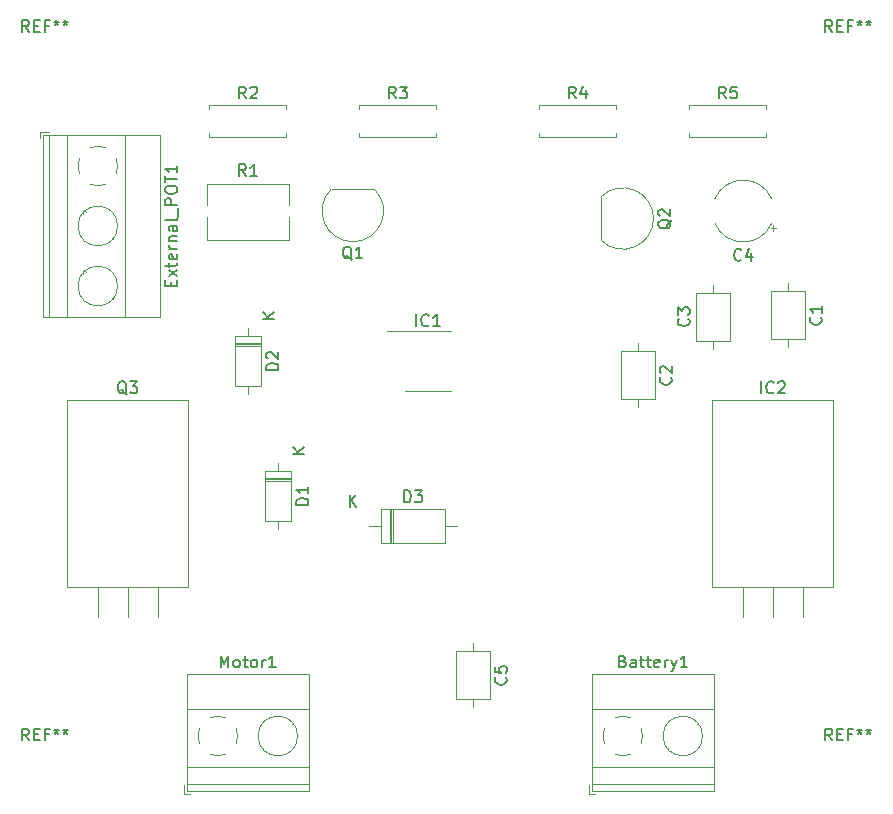
<source format=gto>
%TF.GenerationSoftware,KiCad,Pcbnew,(5.1.8)-1*%
%TF.CreationDate,2021-07-02T06:17:21+02:00*%
%TF.ProjectId,Assignment2,41737369-676e-46d6-956e-74322e6b6963,rev?*%
%TF.SameCoordinates,Original*%
%TF.FileFunction,Legend,Top*%
%TF.FilePolarity,Positive*%
%FSLAX46Y46*%
G04 Gerber Fmt 4.6, Leading zero omitted, Abs format (unit mm)*
G04 Created by KiCad (PCBNEW (5.1.8)-1) date 2021-07-02 06:17:21*
%MOMM*%
%LPD*%
G01*
G04 APERTURE LIST*
%ADD10C,0.120000*%
%ADD11C,0.150000*%
G04 APERTURE END LIST*
D10*
%TO.C,Q3*%
X88320000Y-85210000D02*
X88320000Y-87750000D01*
X85780000Y-85210000D02*
X85780000Y-87750000D01*
X83240000Y-85210000D02*
X83240000Y-87750000D01*
X90900000Y-69320000D02*
X90900000Y-85210000D01*
X80660000Y-69320000D02*
X80660000Y-85210000D01*
X80660000Y-69320000D02*
X90900000Y-69320000D01*
X80660000Y-85210000D02*
X90900000Y-85210000D01*
%TO.C,IC2*%
X142930000Y-85210000D02*
X142930000Y-87750000D01*
X140390000Y-85210000D02*
X140390000Y-87750000D01*
X137850000Y-85210000D02*
X137850000Y-87750000D01*
X145510000Y-69320000D02*
X145510000Y-85210000D01*
X135270000Y-69320000D02*
X135270000Y-85210000D01*
X135270000Y-69320000D02*
X145510000Y-69320000D01*
X135270000Y-85210000D02*
X145510000Y-85210000D01*
%TO.C,C3*%
X135310000Y-59580000D02*
X135310000Y-60270000D01*
X135310000Y-65000000D02*
X135310000Y-64310000D01*
X133890000Y-60270000D02*
X133890000Y-64310000D01*
X136730000Y-60270000D02*
X133890000Y-60270000D01*
X136730000Y-64310000D02*
X136730000Y-60270000D01*
X133890000Y-64310000D02*
X136730000Y-64310000D01*
%TO.C,C2*%
X128960000Y-69960000D02*
X128960000Y-69270000D01*
X128960000Y-64540000D02*
X128960000Y-65230000D01*
X130380000Y-69270000D02*
X130380000Y-65230000D01*
X127540000Y-69270000D02*
X130380000Y-69270000D01*
X127540000Y-65230000D02*
X127540000Y-69270000D01*
X130380000Y-65230000D02*
X127540000Y-65230000D01*
%TO.C,C1*%
X143080000Y-60150000D02*
X140240000Y-60150000D01*
X140240000Y-60150000D02*
X140240000Y-64190000D01*
X140240000Y-64190000D02*
X143080000Y-64190000D01*
X143080000Y-64190000D02*
X143080000Y-60150000D01*
X141660000Y-59460000D02*
X141660000Y-60150000D01*
X141660000Y-64880000D02*
X141660000Y-64190000D01*
%TO.C,C5*%
X116410000Y-90630000D02*
X113570000Y-90630000D01*
X113570000Y-90630000D02*
X113570000Y-94670000D01*
X113570000Y-94670000D02*
X116410000Y-94670000D01*
X116410000Y-94670000D02*
X116410000Y-90630000D01*
X114990000Y-89940000D02*
X114990000Y-90630000D01*
X114990000Y-95360000D02*
X114990000Y-94670000D01*
%TO.C,C4*%
X140444775Y-55065000D02*
X140444775Y-54565000D01*
X140694775Y-54815000D02*
X140194775Y-54815000D01*
X135494003Y-54400000D02*
G75*
G03*
X140285997Y-54400000I2395997J1060000D01*
G01*
X135494003Y-52280000D02*
G75*
G02*
X140285997Y-52280000I2395997J-1060000D01*
G01*
%TO.C,D1*%
X99600000Y-75350000D02*
X97360000Y-75350000D01*
X97360000Y-75350000D02*
X97360000Y-79590000D01*
X97360000Y-79590000D02*
X99600000Y-79590000D01*
X99600000Y-79590000D02*
X99600000Y-75350000D01*
X98480000Y-74700000D02*
X98480000Y-75350000D01*
X98480000Y-80240000D02*
X98480000Y-79590000D01*
X99600000Y-76070000D02*
X97360000Y-76070000D01*
X99600000Y-76190000D02*
X97360000Y-76190000D01*
X99600000Y-75950000D02*
X97360000Y-75950000D01*
%TO.C,D2*%
X97060000Y-64520000D02*
X94820000Y-64520000D01*
X97060000Y-64760000D02*
X94820000Y-64760000D01*
X97060000Y-64640000D02*
X94820000Y-64640000D01*
X95940000Y-68810000D02*
X95940000Y-68160000D01*
X95940000Y-63270000D02*
X95940000Y-63920000D01*
X97060000Y-68160000D02*
X97060000Y-63920000D01*
X94820000Y-68160000D02*
X97060000Y-68160000D01*
X94820000Y-63920000D02*
X94820000Y-68160000D01*
X97060000Y-63920000D02*
X94820000Y-63920000D01*
%TO.C,D3*%
X107970000Y-78540000D02*
X107970000Y-81480000D01*
X108210000Y-78540000D02*
X108210000Y-81480000D01*
X108090000Y-78540000D02*
X108090000Y-81480000D01*
X113650000Y-80010000D02*
X112630000Y-80010000D01*
X106170000Y-80010000D02*
X107190000Y-80010000D01*
X112630000Y-78540000D02*
X107190000Y-78540000D01*
X112630000Y-81480000D02*
X112630000Y-78540000D01*
X107190000Y-81480000D02*
X112630000Y-81480000D01*
X107190000Y-78540000D02*
X107190000Y-81480000D01*
%TO.C,IC1*%
X111180000Y-63480000D02*
X107730000Y-63480000D01*
X111180000Y-63480000D02*
X113130000Y-63480000D01*
X111180000Y-68600000D02*
X109230000Y-68600000D01*
X111180000Y-68600000D02*
X113130000Y-68600000D01*
%TO.C,Q1*%
X106630000Y-51490000D02*
X103030000Y-51490000D01*
X106668478Y-51501522D02*
G75*
G02*
X104830000Y-55940000I-1838478J-1838478D01*
G01*
X102991522Y-51501522D02*
G75*
G03*
X104830000Y-55940000I1838478J-1838478D01*
G01*
%TO.C,Q2*%
X125840000Y-52175000D02*
X125840000Y-55775000D01*
X125851522Y-55813478D02*
G75*
G03*
X130290000Y-53975000I1838478J1838478D01*
G01*
X125851522Y-52136522D02*
G75*
G02*
X130290000Y-53975000I1838478J-1838478D01*
G01*
%TO.C,R2*%
X99210000Y-47090000D02*
X99210000Y-46760000D01*
X92670000Y-47090000D02*
X99210000Y-47090000D01*
X92670000Y-46760000D02*
X92670000Y-47090000D01*
X99210000Y-44350000D02*
X99210000Y-44680000D01*
X92670000Y-44350000D02*
X99210000Y-44350000D01*
X92670000Y-44680000D02*
X92670000Y-44350000D01*
%TO.C,R3*%
X105370000Y-44680000D02*
X105370000Y-44350000D01*
X105370000Y-44350000D02*
X111910000Y-44350000D01*
X111910000Y-44350000D02*
X111910000Y-44680000D01*
X105370000Y-46760000D02*
X105370000Y-47090000D01*
X105370000Y-47090000D02*
X111910000Y-47090000D01*
X111910000Y-47090000D02*
X111910000Y-46760000D01*
%TO.C,R4*%
X127150000Y-47090000D02*
X127150000Y-46760000D01*
X120610000Y-47090000D02*
X127150000Y-47090000D01*
X120610000Y-46760000D02*
X120610000Y-47090000D01*
X127150000Y-44350000D02*
X127150000Y-44680000D01*
X120610000Y-44350000D02*
X127150000Y-44350000D01*
X120610000Y-44680000D02*
X120610000Y-44350000D01*
%TO.C,R5*%
X133310000Y-44680000D02*
X133310000Y-44350000D01*
X133310000Y-44350000D02*
X139850000Y-44350000D01*
X139850000Y-44350000D02*
X139850000Y-44680000D01*
X133310000Y-46760000D02*
X133310000Y-47090000D01*
X133310000Y-47090000D02*
X139850000Y-47090000D01*
X139850000Y-47090000D02*
X139850000Y-46760000D01*
%TO.C,R1*%
X99415000Y-53836000D02*
X99415000Y-55800000D01*
X99415000Y-51060000D02*
X99415000Y-52846000D01*
X92465000Y-53836000D02*
X92465000Y-55800000D01*
X92465000Y-51060000D02*
X92465000Y-52846000D01*
X92465000Y-55800000D02*
X99415000Y-55800000D01*
X92465000Y-51060000D02*
X99415000Y-51060000D01*
%TO.C,Battery1*%
X124850000Y-102690000D02*
X125350000Y-102690000D01*
X124850000Y-101950000D02*
X124850000Y-102690000D01*
X131543000Y-98813000D02*
X131496000Y-98859000D01*
X133840000Y-96515000D02*
X133805000Y-96551000D01*
X131736000Y-99029000D02*
X131701000Y-99064000D01*
X134045000Y-96721000D02*
X133998000Y-96767000D01*
X135370000Y-92529000D02*
X135370000Y-102450000D01*
X125090000Y-92529000D02*
X125090000Y-102450000D01*
X125090000Y-102450000D02*
X135370000Y-102450000D01*
X125090000Y-92529000D02*
X135370000Y-92529000D01*
X125090000Y-95489000D02*
X135370000Y-95489000D01*
X125090000Y-100390000D02*
X135370000Y-100390000D01*
X125090000Y-101890000D02*
X135370000Y-101890000D01*
X134450000Y-97790000D02*
G75*
G03*
X134450000Y-97790000I-1680000J0D01*
G01*
X127718805Y-99470253D02*
G75*
G02*
X127006000Y-99325000I-28805J1680253D01*
G01*
X126154574Y-98473042D02*
G75*
G02*
X126155000Y-97106000I1535426J683042D01*
G01*
X127006958Y-96254574D02*
G75*
G02*
X128374000Y-96255000I683042J-1535426D01*
G01*
X129225426Y-97106958D02*
G75*
G02*
X129225000Y-98474000I-1535426J-683042D01*
G01*
X128373318Y-99324756D02*
G75*
G02*
X127690000Y-99470000I-683318J1534756D01*
G01*
%TO.C,External_POT1*%
X84920000Y-54610000D02*
G75*
G03*
X84920000Y-54610000I-1680000J0D01*
G01*
X84920000Y-59690000D02*
G75*
G03*
X84920000Y-59690000I-1680000J0D01*
G01*
X79140000Y-46930000D02*
X79140000Y-62290000D01*
X80640000Y-46930000D02*
X80640000Y-62290000D01*
X85541000Y-46930000D02*
X85541000Y-62290000D01*
X88501000Y-46930000D02*
X88501000Y-62290000D01*
X78580000Y-46930000D02*
X78580000Y-62290000D01*
X88501000Y-46930000D02*
X78580000Y-46930000D01*
X88501000Y-62290000D02*
X78580000Y-62290000D01*
X84309000Y-55885000D02*
X84263000Y-55838000D01*
X82001000Y-53576000D02*
X81966000Y-53541000D01*
X84515000Y-55680000D02*
X84479000Y-55645000D01*
X82217000Y-53383000D02*
X82171000Y-53336000D01*
X84309000Y-60965000D02*
X84263000Y-60918000D01*
X82001000Y-58656000D02*
X81966000Y-58621000D01*
X84515000Y-60760000D02*
X84479000Y-60725000D01*
X82217000Y-58463000D02*
X82171000Y-58416000D01*
X79080000Y-46690000D02*
X78340000Y-46690000D01*
X78340000Y-46690000D02*
X78340000Y-47190000D01*
X81705244Y-50213318D02*
G75*
G02*
X81560000Y-49530000I1534756J683318D01*
G01*
X83923042Y-51065426D02*
G75*
G02*
X82556000Y-51065000I-683042J1535426D01*
G01*
X84775426Y-48846958D02*
G75*
G02*
X84775000Y-50214000I-1535426J-683042D01*
G01*
X82556958Y-47994574D02*
G75*
G02*
X83924000Y-47995000I683042J-1535426D01*
G01*
X81559747Y-49558805D02*
G75*
G02*
X81705000Y-48846000I1680253J28805D01*
G01*
%TO.C,Motor1*%
X100160000Y-97790000D02*
G75*
G03*
X100160000Y-97790000I-1680000J0D01*
G01*
X90800000Y-101890000D02*
X101080000Y-101890000D01*
X90800000Y-100390000D02*
X101080000Y-100390000D01*
X90800000Y-95489000D02*
X101080000Y-95489000D01*
X90800000Y-92529000D02*
X101080000Y-92529000D01*
X90800000Y-102450000D02*
X101080000Y-102450000D01*
X90800000Y-92529000D02*
X90800000Y-102450000D01*
X101080000Y-92529000D02*
X101080000Y-102450000D01*
X99755000Y-96721000D02*
X99708000Y-96767000D01*
X97446000Y-99029000D02*
X97411000Y-99064000D01*
X99550000Y-96515000D02*
X99515000Y-96551000D01*
X97253000Y-98813000D02*
X97206000Y-98859000D01*
X90560000Y-101950000D02*
X90560000Y-102690000D01*
X90560000Y-102690000D02*
X91060000Y-102690000D01*
X94083318Y-99324756D02*
G75*
G02*
X93400000Y-99470000I-683318J1534756D01*
G01*
X94935426Y-97106958D02*
G75*
G02*
X94935000Y-98474000I-1535426J-683042D01*
G01*
X92716958Y-96254574D02*
G75*
G02*
X94084000Y-96255000I683042J-1535426D01*
G01*
X91864574Y-98473042D02*
G75*
G02*
X91865000Y-97106000I1535426J683042D01*
G01*
X93428805Y-99470253D02*
G75*
G02*
X92716000Y-99325000I-28805J1680253D01*
G01*
%TO.C,Q3*%
D11*
X85684761Y-68867619D02*
X85589523Y-68820000D01*
X85494285Y-68724761D01*
X85351428Y-68581904D01*
X85256190Y-68534285D01*
X85160952Y-68534285D01*
X85208571Y-68772380D02*
X85113333Y-68724761D01*
X85018095Y-68629523D01*
X84970476Y-68439047D01*
X84970476Y-68105714D01*
X85018095Y-67915238D01*
X85113333Y-67820000D01*
X85208571Y-67772380D01*
X85399047Y-67772380D01*
X85494285Y-67820000D01*
X85589523Y-67915238D01*
X85637142Y-68105714D01*
X85637142Y-68439047D01*
X85589523Y-68629523D01*
X85494285Y-68724761D01*
X85399047Y-68772380D01*
X85208571Y-68772380D01*
X85970476Y-67772380D02*
X86589523Y-67772380D01*
X86256190Y-68153333D01*
X86399047Y-68153333D01*
X86494285Y-68200952D01*
X86541904Y-68248571D01*
X86589523Y-68343809D01*
X86589523Y-68581904D01*
X86541904Y-68677142D01*
X86494285Y-68724761D01*
X86399047Y-68772380D01*
X86113333Y-68772380D01*
X86018095Y-68724761D01*
X85970476Y-68677142D01*
%TO.C,IC2*%
X139413809Y-68772380D02*
X139413809Y-67772380D01*
X140461428Y-68677142D02*
X140413809Y-68724761D01*
X140270952Y-68772380D01*
X140175714Y-68772380D01*
X140032857Y-68724761D01*
X139937619Y-68629523D01*
X139890000Y-68534285D01*
X139842380Y-68343809D01*
X139842380Y-68200952D01*
X139890000Y-68010476D01*
X139937619Y-67915238D01*
X140032857Y-67820000D01*
X140175714Y-67772380D01*
X140270952Y-67772380D01*
X140413809Y-67820000D01*
X140461428Y-67867619D01*
X140842380Y-67867619D02*
X140890000Y-67820000D01*
X140985238Y-67772380D01*
X141223333Y-67772380D01*
X141318571Y-67820000D01*
X141366190Y-67867619D01*
X141413809Y-67962857D01*
X141413809Y-68058095D01*
X141366190Y-68200952D01*
X140794761Y-68772380D01*
X141413809Y-68772380D01*
%TO.C,REF\u002A\u002A*%
X145406666Y-98162380D02*
X145073333Y-97686190D01*
X144835238Y-98162380D02*
X144835238Y-97162380D01*
X145216190Y-97162380D01*
X145311428Y-97210000D01*
X145359047Y-97257619D01*
X145406666Y-97352857D01*
X145406666Y-97495714D01*
X145359047Y-97590952D01*
X145311428Y-97638571D01*
X145216190Y-97686190D01*
X144835238Y-97686190D01*
X145835238Y-97638571D02*
X146168571Y-97638571D01*
X146311428Y-98162380D02*
X145835238Y-98162380D01*
X145835238Y-97162380D01*
X146311428Y-97162380D01*
X147073333Y-97638571D02*
X146740000Y-97638571D01*
X146740000Y-98162380D02*
X146740000Y-97162380D01*
X147216190Y-97162380D01*
X147740000Y-97162380D02*
X147740000Y-97400476D01*
X147501904Y-97305238D02*
X147740000Y-97400476D01*
X147978095Y-97305238D01*
X147597142Y-97590952D02*
X147740000Y-97400476D01*
X147882857Y-97590952D01*
X148501904Y-97162380D02*
X148501904Y-97400476D01*
X148263809Y-97305238D02*
X148501904Y-97400476D01*
X148740000Y-97305238D01*
X148359047Y-97590952D02*
X148501904Y-97400476D01*
X148644761Y-97590952D01*
X77406666Y-98162380D02*
X77073333Y-97686190D01*
X76835238Y-98162380D02*
X76835238Y-97162380D01*
X77216190Y-97162380D01*
X77311428Y-97210000D01*
X77359047Y-97257619D01*
X77406666Y-97352857D01*
X77406666Y-97495714D01*
X77359047Y-97590952D01*
X77311428Y-97638571D01*
X77216190Y-97686190D01*
X76835238Y-97686190D01*
X77835238Y-97638571D02*
X78168571Y-97638571D01*
X78311428Y-98162380D02*
X77835238Y-98162380D01*
X77835238Y-97162380D01*
X78311428Y-97162380D01*
X79073333Y-97638571D02*
X78740000Y-97638571D01*
X78740000Y-98162380D02*
X78740000Y-97162380D01*
X79216190Y-97162380D01*
X79740000Y-97162380D02*
X79740000Y-97400476D01*
X79501904Y-97305238D02*
X79740000Y-97400476D01*
X79978095Y-97305238D01*
X79597142Y-97590952D02*
X79740000Y-97400476D01*
X79882857Y-97590952D01*
X80501904Y-97162380D02*
X80501904Y-97400476D01*
X80263809Y-97305238D02*
X80501904Y-97400476D01*
X80740000Y-97305238D01*
X80359047Y-97590952D02*
X80501904Y-97400476D01*
X80644761Y-97590952D01*
X145406666Y-38162380D02*
X145073333Y-37686190D01*
X144835238Y-38162380D02*
X144835238Y-37162380D01*
X145216190Y-37162380D01*
X145311428Y-37210000D01*
X145359047Y-37257619D01*
X145406666Y-37352857D01*
X145406666Y-37495714D01*
X145359047Y-37590952D01*
X145311428Y-37638571D01*
X145216190Y-37686190D01*
X144835238Y-37686190D01*
X145835238Y-37638571D02*
X146168571Y-37638571D01*
X146311428Y-38162380D02*
X145835238Y-38162380D01*
X145835238Y-37162380D01*
X146311428Y-37162380D01*
X147073333Y-37638571D02*
X146740000Y-37638571D01*
X146740000Y-38162380D02*
X146740000Y-37162380D01*
X147216190Y-37162380D01*
X147740000Y-37162380D02*
X147740000Y-37400476D01*
X147501904Y-37305238D02*
X147740000Y-37400476D01*
X147978095Y-37305238D01*
X147597142Y-37590952D02*
X147740000Y-37400476D01*
X147882857Y-37590952D01*
X148501904Y-37162380D02*
X148501904Y-37400476D01*
X148263809Y-37305238D02*
X148501904Y-37400476D01*
X148740000Y-37305238D01*
X148359047Y-37590952D02*
X148501904Y-37400476D01*
X148644761Y-37590952D01*
X77406666Y-38162380D02*
X77073333Y-37686190D01*
X76835238Y-38162380D02*
X76835238Y-37162380D01*
X77216190Y-37162380D01*
X77311428Y-37210000D01*
X77359047Y-37257619D01*
X77406666Y-37352857D01*
X77406666Y-37495714D01*
X77359047Y-37590952D01*
X77311428Y-37638571D01*
X77216190Y-37686190D01*
X76835238Y-37686190D01*
X77835238Y-37638571D02*
X78168571Y-37638571D01*
X78311428Y-38162380D02*
X77835238Y-38162380D01*
X77835238Y-37162380D01*
X78311428Y-37162380D01*
X79073333Y-37638571D02*
X78740000Y-37638571D01*
X78740000Y-38162380D02*
X78740000Y-37162380D01*
X79216190Y-37162380D01*
X79740000Y-37162380D02*
X79740000Y-37400476D01*
X79501904Y-37305238D02*
X79740000Y-37400476D01*
X79978095Y-37305238D01*
X79597142Y-37590952D02*
X79740000Y-37400476D01*
X79882857Y-37590952D01*
X80501904Y-37162380D02*
X80501904Y-37400476D01*
X80263809Y-37305238D02*
X80501904Y-37400476D01*
X80740000Y-37305238D01*
X80359047Y-37590952D02*
X80501904Y-37400476D01*
X80644761Y-37590952D01*
%TO.C,C3*%
X133247142Y-62456666D02*
X133294761Y-62504285D01*
X133342380Y-62647142D01*
X133342380Y-62742380D01*
X133294761Y-62885238D01*
X133199523Y-62980476D01*
X133104285Y-63028095D01*
X132913809Y-63075714D01*
X132770952Y-63075714D01*
X132580476Y-63028095D01*
X132485238Y-62980476D01*
X132390000Y-62885238D01*
X132342380Y-62742380D01*
X132342380Y-62647142D01*
X132390000Y-62504285D01*
X132437619Y-62456666D01*
X132342380Y-62123333D02*
X132342380Y-61504285D01*
X132723333Y-61837619D01*
X132723333Y-61694761D01*
X132770952Y-61599523D01*
X132818571Y-61551904D01*
X132913809Y-61504285D01*
X133151904Y-61504285D01*
X133247142Y-61551904D01*
X133294761Y-61599523D01*
X133342380Y-61694761D01*
X133342380Y-61980476D01*
X133294761Y-62075714D01*
X133247142Y-62123333D01*
%TO.C,C2*%
X131737142Y-67416666D02*
X131784761Y-67464285D01*
X131832380Y-67607142D01*
X131832380Y-67702380D01*
X131784761Y-67845238D01*
X131689523Y-67940476D01*
X131594285Y-67988095D01*
X131403809Y-68035714D01*
X131260952Y-68035714D01*
X131070476Y-67988095D01*
X130975238Y-67940476D01*
X130880000Y-67845238D01*
X130832380Y-67702380D01*
X130832380Y-67607142D01*
X130880000Y-67464285D01*
X130927619Y-67416666D01*
X130927619Y-67035714D02*
X130880000Y-66988095D01*
X130832380Y-66892857D01*
X130832380Y-66654761D01*
X130880000Y-66559523D01*
X130927619Y-66511904D01*
X131022857Y-66464285D01*
X131118095Y-66464285D01*
X131260952Y-66511904D01*
X131832380Y-67083333D01*
X131832380Y-66464285D01*
%TO.C,C1*%
X144437142Y-62336666D02*
X144484761Y-62384285D01*
X144532380Y-62527142D01*
X144532380Y-62622380D01*
X144484761Y-62765238D01*
X144389523Y-62860476D01*
X144294285Y-62908095D01*
X144103809Y-62955714D01*
X143960952Y-62955714D01*
X143770476Y-62908095D01*
X143675238Y-62860476D01*
X143580000Y-62765238D01*
X143532380Y-62622380D01*
X143532380Y-62527142D01*
X143580000Y-62384285D01*
X143627619Y-62336666D01*
X144532380Y-61384285D02*
X144532380Y-61955714D01*
X144532380Y-61670000D02*
X143532380Y-61670000D01*
X143675238Y-61765238D01*
X143770476Y-61860476D01*
X143818095Y-61955714D01*
%TO.C,C5*%
X117767142Y-92816666D02*
X117814761Y-92864285D01*
X117862380Y-93007142D01*
X117862380Y-93102380D01*
X117814761Y-93245238D01*
X117719523Y-93340476D01*
X117624285Y-93388095D01*
X117433809Y-93435714D01*
X117290952Y-93435714D01*
X117100476Y-93388095D01*
X117005238Y-93340476D01*
X116910000Y-93245238D01*
X116862380Y-93102380D01*
X116862380Y-93007142D01*
X116910000Y-92864285D01*
X116957619Y-92816666D01*
X116862380Y-91911904D02*
X116862380Y-92388095D01*
X117338571Y-92435714D01*
X117290952Y-92388095D01*
X117243333Y-92292857D01*
X117243333Y-92054761D01*
X117290952Y-91959523D01*
X117338571Y-91911904D01*
X117433809Y-91864285D01*
X117671904Y-91864285D01*
X117767142Y-91911904D01*
X117814761Y-91959523D01*
X117862380Y-92054761D01*
X117862380Y-92292857D01*
X117814761Y-92388095D01*
X117767142Y-92435714D01*
%TO.C,C4*%
X137723333Y-57447142D02*
X137675714Y-57494761D01*
X137532857Y-57542380D01*
X137437619Y-57542380D01*
X137294761Y-57494761D01*
X137199523Y-57399523D01*
X137151904Y-57304285D01*
X137104285Y-57113809D01*
X137104285Y-56970952D01*
X137151904Y-56780476D01*
X137199523Y-56685238D01*
X137294761Y-56590000D01*
X137437619Y-56542380D01*
X137532857Y-56542380D01*
X137675714Y-56590000D01*
X137723333Y-56637619D01*
X138580476Y-56875714D02*
X138580476Y-57542380D01*
X138342380Y-56494761D02*
X138104285Y-57209047D01*
X138723333Y-57209047D01*
%TO.C,D1*%
X101052380Y-78208095D02*
X100052380Y-78208095D01*
X100052380Y-77970000D01*
X100100000Y-77827142D01*
X100195238Y-77731904D01*
X100290476Y-77684285D01*
X100480952Y-77636666D01*
X100623809Y-77636666D01*
X100814285Y-77684285D01*
X100909523Y-77731904D01*
X101004761Y-77827142D01*
X101052380Y-77970000D01*
X101052380Y-78208095D01*
X101052380Y-76684285D02*
X101052380Y-77255714D01*
X101052380Y-76970000D02*
X100052380Y-76970000D01*
X100195238Y-77065238D01*
X100290476Y-77160476D01*
X100338095Y-77255714D01*
X100732380Y-73921904D02*
X99732380Y-73921904D01*
X100732380Y-73350476D02*
X100160952Y-73779047D01*
X99732380Y-73350476D02*
X100303809Y-73921904D01*
%TO.C,D2*%
X98512380Y-66778095D02*
X97512380Y-66778095D01*
X97512380Y-66540000D01*
X97560000Y-66397142D01*
X97655238Y-66301904D01*
X97750476Y-66254285D01*
X97940952Y-66206666D01*
X98083809Y-66206666D01*
X98274285Y-66254285D01*
X98369523Y-66301904D01*
X98464761Y-66397142D01*
X98512380Y-66540000D01*
X98512380Y-66778095D01*
X97607619Y-65825714D02*
X97560000Y-65778095D01*
X97512380Y-65682857D01*
X97512380Y-65444761D01*
X97560000Y-65349523D01*
X97607619Y-65301904D01*
X97702857Y-65254285D01*
X97798095Y-65254285D01*
X97940952Y-65301904D01*
X98512380Y-65873333D01*
X98512380Y-65254285D01*
X98192380Y-62491904D02*
X97192380Y-62491904D01*
X98192380Y-61920476D02*
X97620952Y-62349047D01*
X97192380Y-61920476D02*
X97763809Y-62491904D01*
%TO.C,D3*%
X109171904Y-77992380D02*
X109171904Y-76992380D01*
X109410000Y-76992380D01*
X109552857Y-77040000D01*
X109648095Y-77135238D01*
X109695714Y-77230476D01*
X109743333Y-77420952D01*
X109743333Y-77563809D01*
X109695714Y-77754285D01*
X109648095Y-77849523D01*
X109552857Y-77944761D01*
X109410000Y-77992380D01*
X109171904Y-77992380D01*
X110076666Y-76992380D02*
X110695714Y-76992380D01*
X110362380Y-77373333D01*
X110505238Y-77373333D01*
X110600476Y-77420952D01*
X110648095Y-77468571D01*
X110695714Y-77563809D01*
X110695714Y-77801904D01*
X110648095Y-77897142D01*
X110600476Y-77944761D01*
X110505238Y-77992380D01*
X110219523Y-77992380D01*
X110124285Y-77944761D01*
X110076666Y-77897142D01*
X104568095Y-78362380D02*
X104568095Y-77362380D01*
X105139523Y-78362380D02*
X104710952Y-77790952D01*
X105139523Y-77362380D02*
X104568095Y-77933809D01*
%TO.C,IC1*%
X110203809Y-63092380D02*
X110203809Y-62092380D01*
X111251428Y-62997142D02*
X111203809Y-63044761D01*
X111060952Y-63092380D01*
X110965714Y-63092380D01*
X110822857Y-63044761D01*
X110727619Y-62949523D01*
X110680000Y-62854285D01*
X110632380Y-62663809D01*
X110632380Y-62520952D01*
X110680000Y-62330476D01*
X110727619Y-62235238D01*
X110822857Y-62140000D01*
X110965714Y-62092380D01*
X111060952Y-62092380D01*
X111203809Y-62140000D01*
X111251428Y-62187619D01*
X112203809Y-63092380D02*
X111632380Y-63092380D01*
X111918095Y-63092380D02*
X111918095Y-62092380D01*
X111822857Y-62235238D01*
X111727619Y-62330476D01*
X111632380Y-62378095D01*
%TO.C,Q1*%
X104734761Y-57447619D02*
X104639523Y-57400000D01*
X104544285Y-57304761D01*
X104401428Y-57161904D01*
X104306190Y-57114285D01*
X104210952Y-57114285D01*
X104258571Y-57352380D02*
X104163333Y-57304761D01*
X104068095Y-57209523D01*
X104020476Y-57019047D01*
X104020476Y-56685714D01*
X104068095Y-56495238D01*
X104163333Y-56400000D01*
X104258571Y-56352380D01*
X104449047Y-56352380D01*
X104544285Y-56400000D01*
X104639523Y-56495238D01*
X104687142Y-56685714D01*
X104687142Y-57019047D01*
X104639523Y-57209523D01*
X104544285Y-57304761D01*
X104449047Y-57352380D01*
X104258571Y-57352380D01*
X105639523Y-57352380D02*
X105068095Y-57352380D01*
X105353809Y-57352380D02*
X105353809Y-56352380D01*
X105258571Y-56495238D01*
X105163333Y-56590476D01*
X105068095Y-56638095D01*
%TO.C,Q2*%
X131797619Y-54070238D02*
X131750000Y-54165476D01*
X131654761Y-54260714D01*
X131511904Y-54403571D01*
X131464285Y-54498809D01*
X131464285Y-54594047D01*
X131702380Y-54546428D02*
X131654761Y-54641666D01*
X131559523Y-54736904D01*
X131369047Y-54784523D01*
X131035714Y-54784523D01*
X130845238Y-54736904D01*
X130750000Y-54641666D01*
X130702380Y-54546428D01*
X130702380Y-54355952D01*
X130750000Y-54260714D01*
X130845238Y-54165476D01*
X131035714Y-54117857D01*
X131369047Y-54117857D01*
X131559523Y-54165476D01*
X131654761Y-54260714D01*
X131702380Y-54355952D01*
X131702380Y-54546428D01*
X130797619Y-53736904D02*
X130750000Y-53689285D01*
X130702380Y-53594047D01*
X130702380Y-53355952D01*
X130750000Y-53260714D01*
X130797619Y-53213095D01*
X130892857Y-53165476D01*
X130988095Y-53165476D01*
X131130952Y-53213095D01*
X131702380Y-53784523D01*
X131702380Y-53165476D01*
%TO.C,R2*%
X95773333Y-43802380D02*
X95440000Y-43326190D01*
X95201904Y-43802380D02*
X95201904Y-42802380D01*
X95582857Y-42802380D01*
X95678095Y-42850000D01*
X95725714Y-42897619D01*
X95773333Y-42992857D01*
X95773333Y-43135714D01*
X95725714Y-43230952D01*
X95678095Y-43278571D01*
X95582857Y-43326190D01*
X95201904Y-43326190D01*
X96154285Y-42897619D02*
X96201904Y-42850000D01*
X96297142Y-42802380D01*
X96535238Y-42802380D01*
X96630476Y-42850000D01*
X96678095Y-42897619D01*
X96725714Y-42992857D01*
X96725714Y-43088095D01*
X96678095Y-43230952D01*
X96106666Y-43802380D01*
X96725714Y-43802380D01*
%TO.C,R3*%
X108473333Y-43802380D02*
X108140000Y-43326190D01*
X107901904Y-43802380D02*
X107901904Y-42802380D01*
X108282857Y-42802380D01*
X108378095Y-42850000D01*
X108425714Y-42897619D01*
X108473333Y-42992857D01*
X108473333Y-43135714D01*
X108425714Y-43230952D01*
X108378095Y-43278571D01*
X108282857Y-43326190D01*
X107901904Y-43326190D01*
X108806666Y-42802380D02*
X109425714Y-42802380D01*
X109092380Y-43183333D01*
X109235238Y-43183333D01*
X109330476Y-43230952D01*
X109378095Y-43278571D01*
X109425714Y-43373809D01*
X109425714Y-43611904D01*
X109378095Y-43707142D01*
X109330476Y-43754761D01*
X109235238Y-43802380D01*
X108949523Y-43802380D01*
X108854285Y-43754761D01*
X108806666Y-43707142D01*
%TO.C,R4*%
X123713333Y-43802380D02*
X123380000Y-43326190D01*
X123141904Y-43802380D02*
X123141904Y-42802380D01*
X123522857Y-42802380D01*
X123618095Y-42850000D01*
X123665714Y-42897619D01*
X123713333Y-42992857D01*
X123713333Y-43135714D01*
X123665714Y-43230952D01*
X123618095Y-43278571D01*
X123522857Y-43326190D01*
X123141904Y-43326190D01*
X124570476Y-43135714D02*
X124570476Y-43802380D01*
X124332380Y-42754761D02*
X124094285Y-43469047D01*
X124713333Y-43469047D01*
%TO.C,R5*%
X136413333Y-43802380D02*
X136080000Y-43326190D01*
X135841904Y-43802380D02*
X135841904Y-42802380D01*
X136222857Y-42802380D01*
X136318095Y-42850000D01*
X136365714Y-42897619D01*
X136413333Y-42992857D01*
X136413333Y-43135714D01*
X136365714Y-43230952D01*
X136318095Y-43278571D01*
X136222857Y-43326190D01*
X135841904Y-43326190D01*
X137318095Y-42802380D02*
X136841904Y-42802380D01*
X136794285Y-43278571D01*
X136841904Y-43230952D01*
X136937142Y-43183333D01*
X137175238Y-43183333D01*
X137270476Y-43230952D01*
X137318095Y-43278571D01*
X137365714Y-43373809D01*
X137365714Y-43611904D01*
X137318095Y-43707142D01*
X137270476Y-43754761D01*
X137175238Y-43802380D01*
X136937142Y-43802380D01*
X136841904Y-43754761D01*
X136794285Y-43707142D01*
%TO.C,R1*%
X95773333Y-50382380D02*
X95440000Y-49906190D01*
X95201904Y-50382380D02*
X95201904Y-49382380D01*
X95582857Y-49382380D01*
X95678095Y-49430000D01*
X95725714Y-49477619D01*
X95773333Y-49572857D01*
X95773333Y-49715714D01*
X95725714Y-49810952D01*
X95678095Y-49858571D01*
X95582857Y-49906190D01*
X95201904Y-49906190D01*
X96725714Y-50382380D02*
X96154285Y-50382380D01*
X96440000Y-50382380D02*
X96440000Y-49382380D01*
X96344761Y-49525238D01*
X96249523Y-49620476D01*
X96154285Y-49668095D01*
%TO.C,Battery1*%
X127682380Y-91458571D02*
X127825238Y-91506190D01*
X127872857Y-91553809D01*
X127920476Y-91649047D01*
X127920476Y-91791904D01*
X127872857Y-91887142D01*
X127825238Y-91934761D01*
X127730000Y-91982380D01*
X127349047Y-91982380D01*
X127349047Y-90982380D01*
X127682380Y-90982380D01*
X127777619Y-91030000D01*
X127825238Y-91077619D01*
X127872857Y-91172857D01*
X127872857Y-91268095D01*
X127825238Y-91363333D01*
X127777619Y-91410952D01*
X127682380Y-91458571D01*
X127349047Y-91458571D01*
X128777619Y-91982380D02*
X128777619Y-91458571D01*
X128730000Y-91363333D01*
X128634761Y-91315714D01*
X128444285Y-91315714D01*
X128349047Y-91363333D01*
X128777619Y-91934761D02*
X128682380Y-91982380D01*
X128444285Y-91982380D01*
X128349047Y-91934761D01*
X128301428Y-91839523D01*
X128301428Y-91744285D01*
X128349047Y-91649047D01*
X128444285Y-91601428D01*
X128682380Y-91601428D01*
X128777619Y-91553809D01*
X129110952Y-91315714D02*
X129491904Y-91315714D01*
X129253809Y-90982380D02*
X129253809Y-91839523D01*
X129301428Y-91934761D01*
X129396666Y-91982380D01*
X129491904Y-91982380D01*
X129682380Y-91315714D02*
X130063333Y-91315714D01*
X129825238Y-90982380D02*
X129825238Y-91839523D01*
X129872857Y-91934761D01*
X129968095Y-91982380D01*
X130063333Y-91982380D01*
X130777619Y-91934761D02*
X130682380Y-91982380D01*
X130491904Y-91982380D01*
X130396666Y-91934761D01*
X130349047Y-91839523D01*
X130349047Y-91458571D01*
X130396666Y-91363333D01*
X130491904Y-91315714D01*
X130682380Y-91315714D01*
X130777619Y-91363333D01*
X130825238Y-91458571D01*
X130825238Y-91553809D01*
X130349047Y-91649047D01*
X131253809Y-91982380D02*
X131253809Y-91315714D01*
X131253809Y-91506190D02*
X131301428Y-91410952D01*
X131349047Y-91363333D01*
X131444285Y-91315714D01*
X131539523Y-91315714D01*
X131777619Y-91315714D02*
X132015714Y-91982380D01*
X132253809Y-91315714D02*
X132015714Y-91982380D01*
X131920476Y-92220476D01*
X131872857Y-92268095D01*
X131777619Y-92315714D01*
X133158571Y-91982380D02*
X132587142Y-91982380D01*
X132872857Y-91982380D02*
X132872857Y-90982380D01*
X132777619Y-91125238D01*
X132682380Y-91220476D01*
X132587142Y-91268095D01*
%TO.C,External_POT1*%
X89428571Y-59681428D02*
X89428571Y-59348095D01*
X89952380Y-59205238D02*
X89952380Y-59681428D01*
X88952380Y-59681428D01*
X88952380Y-59205238D01*
X89952380Y-58871904D02*
X89285714Y-58348095D01*
X89285714Y-58871904D02*
X89952380Y-58348095D01*
X89285714Y-58110000D02*
X89285714Y-57729047D01*
X88952380Y-57967142D02*
X89809523Y-57967142D01*
X89904761Y-57919523D01*
X89952380Y-57824285D01*
X89952380Y-57729047D01*
X89904761Y-57014761D02*
X89952380Y-57110000D01*
X89952380Y-57300476D01*
X89904761Y-57395714D01*
X89809523Y-57443333D01*
X89428571Y-57443333D01*
X89333333Y-57395714D01*
X89285714Y-57300476D01*
X89285714Y-57110000D01*
X89333333Y-57014761D01*
X89428571Y-56967142D01*
X89523809Y-56967142D01*
X89619047Y-57443333D01*
X89952380Y-56538571D02*
X89285714Y-56538571D01*
X89476190Y-56538571D02*
X89380952Y-56490952D01*
X89333333Y-56443333D01*
X89285714Y-56348095D01*
X89285714Y-56252857D01*
X89285714Y-55919523D02*
X89952380Y-55919523D01*
X89380952Y-55919523D02*
X89333333Y-55871904D01*
X89285714Y-55776666D01*
X89285714Y-55633809D01*
X89333333Y-55538571D01*
X89428571Y-55490952D01*
X89952380Y-55490952D01*
X89952380Y-54586190D02*
X89428571Y-54586190D01*
X89333333Y-54633809D01*
X89285714Y-54729047D01*
X89285714Y-54919523D01*
X89333333Y-55014761D01*
X89904761Y-54586190D02*
X89952380Y-54681428D01*
X89952380Y-54919523D01*
X89904761Y-55014761D01*
X89809523Y-55062380D01*
X89714285Y-55062380D01*
X89619047Y-55014761D01*
X89571428Y-54919523D01*
X89571428Y-54681428D01*
X89523809Y-54586190D01*
X89952380Y-53967142D02*
X89904761Y-54062380D01*
X89809523Y-54110000D01*
X88952380Y-54110000D01*
X90047619Y-53824285D02*
X90047619Y-53062380D01*
X89952380Y-52824285D02*
X88952380Y-52824285D01*
X88952380Y-52443333D01*
X89000000Y-52348095D01*
X89047619Y-52300476D01*
X89142857Y-52252857D01*
X89285714Y-52252857D01*
X89380952Y-52300476D01*
X89428571Y-52348095D01*
X89476190Y-52443333D01*
X89476190Y-52824285D01*
X88952380Y-51633809D02*
X88952380Y-51443333D01*
X89000000Y-51348095D01*
X89095238Y-51252857D01*
X89285714Y-51205238D01*
X89619047Y-51205238D01*
X89809523Y-51252857D01*
X89904761Y-51348095D01*
X89952380Y-51443333D01*
X89952380Y-51633809D01*
X89904761Y-51729047D01*
X89809523Y-51824285D01*
X89619047Y-51871904D01*
X89285714Y-51871904D01*
X89095238Y-51824285D01*
X89000000Y-51729047D01*
X88952380Y-51633809D01*
X88952380Y-50919523D02*
X88952380Y-50348095D01*
X89952380Y-50633809D02*
X88952380Y-50633809D01*
X89952380Y-49490952D02*
X89952380Y-50062380D01*
X89952380Y-49776666D02*
X88952380Y-49776666D01*
X89095238Y-49871904D01*
X89190476Y-49967142D01*
X89238095Y-50062380D01*
%TO.C,Motor1*%
X93630476Y-91982380D02*
X93630476Y-90982380D01*
X93963809Y-91696666D01*
X94297142Y-90982380D01*
X94297142Y-91982380D01*
X94916190Y-91982380D02*
X94820952Y-91934761D01*
X94773333Y-91887142D01*
X94725714Y-91791904D01*
X94725714Y-91506190D01*
X94773333Y-91410952D01*
X94820952Y-91363333D01*
X94916190Y-91315714D01*
X95059047Y-91315714D01*
X95154285Y-91363333D01*
X95201904Y-91410952D01*
X95249523Y-91506190D01*
X95249523Y-91791904D01*
X95201904Y-91887142D01*
X95154285Y-91934761D01*
X95059047Y-91982380D01*
X94916190Y-91982380D01*
X95535238Y-91315714D02*
X95916190Y-91315714D01*
X95678095Y-90982380D02*
X95678095Y-91839523D01*
X95725714Y-91934761D01*
X95820952Y-91982380D01*
X95916190Y-91982380D01*
X96392380Y-91982380D02*
X96297142Y-91934761D01*
X96249523Y-91887142D01*
X96201904Y-91791904D01*
X96201904Y-91506190D01*
X96249523Y-91410952D01*
X96297142Y-91363333D01*
X96392380Y-91315714D01*
X96535238Y-91315714D01*
X96630476Y-91363333D01*
X96678095Y-91410952D01*
X96725714Y-91506190D01*
X96725714Y-91791904D01*
X96678095Y-91887142D01*
X96630476Y-91934761D01*
X96535238Y-91982380D01*
X96392380Y-91982380D01*
X97154285Y-91982380D02*
X97154285Y-91315714D01*
X97154285Y-91506190D02*
X97201904Y-91410952D01*
X97249523Y-91363333D01*
X97344761Y-91315714D01*
X97440000Y-91315714D01*
X98297142Y-91982380D02*
X97725714Y-91982380D01*
X98011428Y-91982380D02*
X98011428Y-90982380D01*
X97916190Y-91125238D01*
X97820952Y-91220476D01*
X97725714Y-91268095D01*
%TD*%
M02*

</source>
